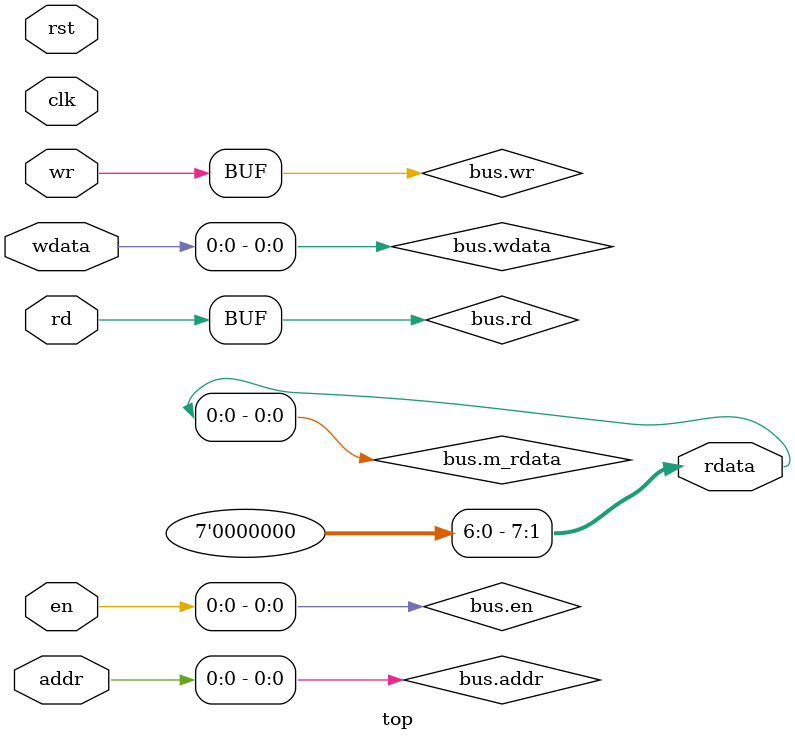
<source format=sv>
module top #(
    parameter  int DATA_WIDTH = 8,
    parameter  int ADDR_WIDTH = 3,
    localparam int NO_OF_SLAVES = 2
)(
    input  logic clk,
    input  logic rst,
    input  [ADDR_WIDTH-1:0]       addr,
    output [DATA_WIDTH-1:0]       rdata,
    input  [DATA_WIDTH-1:0]       wdata,
    input                         rd,
    input                         wr,
    input  [NO_OF_SLAVES-1:0]     en
);

    bus #(
        .NO_OF_SLAVES(NO_OF_SLAVES)
    ) bus (
        .clk(clk),
        .rst(rst)
    );

    slave #(0) slave0 (bus.slave0);
    slave #(1) slave1 (bus.slave1);

    assign bus.addr = addr;
    assign bus.wdata = wdata;
    assign bus.wr = wr;
    assign bus.rd = rd;
    assign bus.en = en[NO_OF_SLAVES-1:0];
    assign rdata = bus.m_rdata;

endmodule: top

</source>
